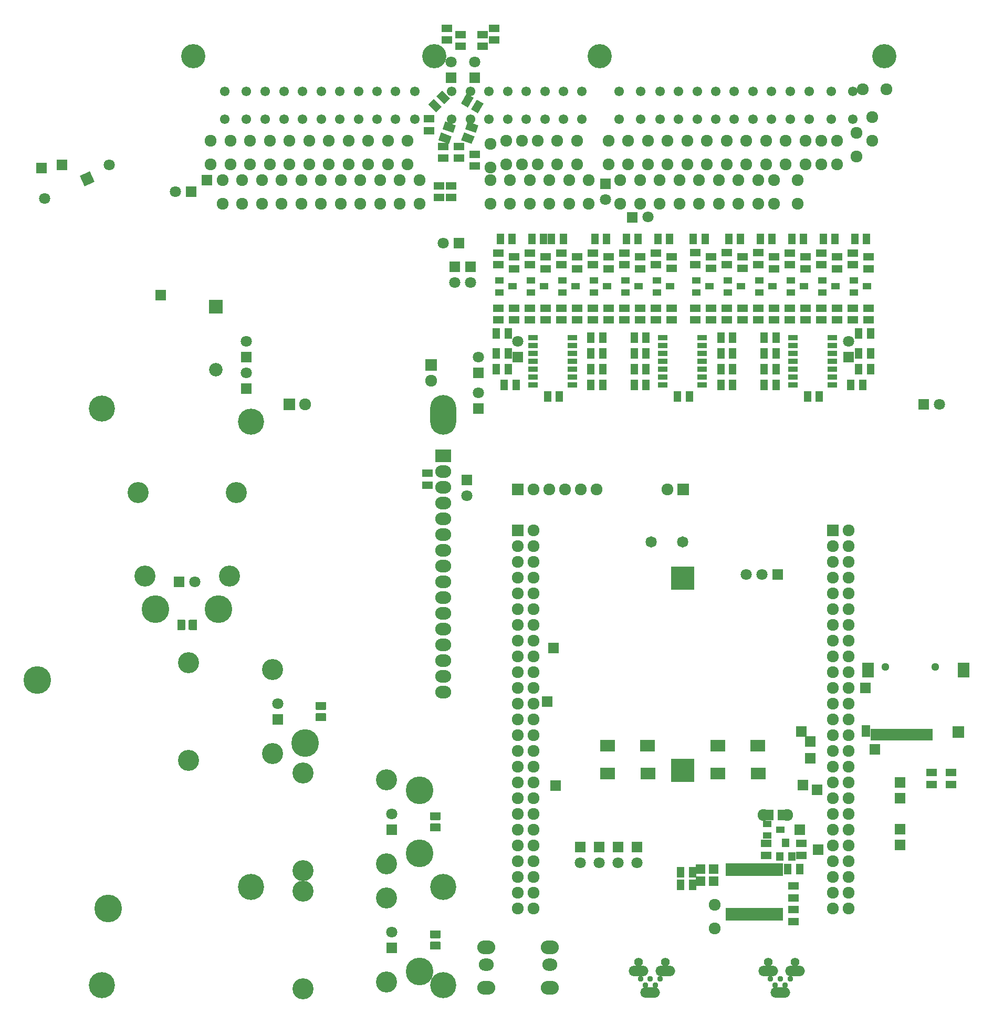
<source format=gbs>
G04 (created by PCBNEW (2013-07-07 BZR 4022)-stable) date 10/09/2014 21:54:22*
%MOIN*%
G04 Gerber Fmt 3.4, Leading zero omitted, Abs format*
%FSLAX34Y34*%
G01*
G70*
G90*
G04 APERTURE LIST*
%ADD10C,0.00393701*%
%ADD11C,0.165748*%
%ADD12O,0.100748X0.080748*%
%ADD13R,0.100748X0.080748*%
%ADD14O,0.165748X0.251968*%
%ADD15C,0.075748*%
%ADD16C,0.061048*%
%ADD17C,0.153548*%
%ADD18R,0.070748X0.050748*%
%ADD19R,0.070748X0.070748*%
%ADD20C,0.070748*%
%ADD21R,0.145276X0.145276*%
%ADD22R,0.075748X0.075748*%
%ADD23C,0.071748*%
%ADD24R,0.0944882X0.0748031*%
%ADD25C,0.085748*%
%ADD26R,0.085748X0.085748*%
%ADD27R,0.055148X0.039348*%
%ADD28R,0.050748X0.070748*%
%ADD29R,0.060748X0.035748*%
%ADD30R,0.031748X0.080748*%
%ADD31R,0.045748X0.075748*%
%ADD32R,0.055748X0.075748*%
%ADD33R,0.075748X0.095748*%
%ADD34C,0.050748*%
%ADD35C,0.037748*%
%ADD36O,0.125748X0.065748*%
%ADD37C,0.055748*%
%ADD38O,0.094448X0.078748*%
%ADD39O,0.114148X0.086648*%
%ADD40C,0.133848*%
%ADD41R,0.060748X0.040748*%
%ADD42C,0.175748*%
%ADD43R,0.040748X0.060748*%
%ADD44R,0.047248X0.055148*%
%ADD45R,0.062948X0.062948*%
%ADD46R,0.075748X0.023748*%
G04 APERTURE END LIST*
G54D10*
G54D11*
X57295Y-42584D03*
X57295Y-72112D03*
X69500Y-72112D03*
G54D12*
X69500Y-58750D03*
X69500Y-59750D03*
G54D13*
X69500Y-44750D03*
G54D12*
X69500Y-45750D03*
X69500Y-46750D03*
X69500Y-47750D03*
X69500Y-48750D03*
X69500Y-49750D03*
X69500Y-50750D03*
X69500Y-51750D03*
X69500Y-52750D03*
X69500Y-53750D03*
X69500Y-54750D03*
X69500Y-55750D03*
X69500Y-56750D03*
X69500Y-57750D03*
G54D14*
X69500Y-42167D03*
G54D11*
X69500Y-78364D03*
X47845Y-41750D03*
X47846Y-78364D03*
G54D15*
X78000Y-24750D03*
X78000Y-26250D03*
X61000Y-24750D03*
X61000Y-26250D03*
X59750Y-24750D03*
X59750Y-26250D03*
X58500Y-24750D03*
X58500Y-26250D03*
X57250Y-24750D03*
X57250Y-26250D03*
X54750Y-24750D03*
X54750Y-26250D03*
X56000Y-24750D03*
X56000Y-26250D03*
X87000Y-27250D03*
X87000Y-28750D03*
G54D16*
X55621Y-21628D03*
X55621Y-23400D03*
X56998Y-23400D03*
X56998Y-21628D03*
X61762Y-21628D03*
X61762Y-23400D03*
X60581Y-23400D03*
X60581Y-21628D03*
X58219Y-21628D03*
X58219Y-23400D03*
X59400Y-23400D03*
X59400Y-21628D03*
X64124Y-21628D03*
X64124Y-23400D03*
X62943Y-23400D03*
X62943Y-21628D03*
X65305Y-21628D03*
X65305Y-23400D03*
X66486Y-23400D03*
X66486Y-21628D03*
X73592Y-21628D03*
X73592Y-23400D03*
X72411Y-23400D03*
X72411Y-21628D03*
X70049Y-21628D03*
X70049Y-23400D03*
X71230Y-23400D03*
X71230Y-21628D03*
X75955Y-21628D03*
X75955Y-23400D03*
X74774Y-23400D03*
X74774Y-21628D03*
X77136Y-21628D03*
X77136Y-23400D03*
X67707Y-21628D03*
X67707Y-23400D03*
X78317Y-23400D03*
X78317Y-21628D03*
X82036Y-23400D03*
X82036Y-21628D03*
X80658Y-23400D03*
X80658Y-21628D03*
X86801Y-23400D03*
X86801Y-21628D03*
X85620Y-23400D03*
X85620Y-21628D03*
X83258Y-23400D03*
X83258Y-21628D03*
X84439Y-23400D03*
X84439Y-21628D03*
X89163Y-23400D03*
X89163Y-21628D03*
X87982Y-23400D03*
X87982Y-21628D03*
X90344Y-23400D03*
X90344Y-21628D03*
X91525Y-23400D03*
X91525Y-21628D03*
X92746Y-23400D03*
X92746Y-21628D03*
X94124Y-23400D03*
X94124Y-21628D03*
G54D17*
X53632Y-19384D03*
X68927Y-19384D03*
X79439Y-19384D03*
G54D16*
X95502Y-23400D03*
X95502Y-21628D03*
G54D17*
X97490Y-19384D03*
G54D15*
X75500Y-24750D03*
X75500Y-26250D03*
X77500Y-27250D03*
X77500Y-28750D03*
X76750Y-24750D03*
X76750Y-26250D03*
X78750Y-27250D03*
X78750Y-28750D03*
X80750Y-27250D03*
X80750Y-28750D03*
X80000Y-24750D03*
X80000Y-26250D03*
X82000Y-27250D03*
X82000Y-28750D03*
X81250Y-24750D03*
X81250Y-26250D03*
X83250Y-27250D03*
X83250Y-28750D03*
X82500Y-24750D03*
X82500Y-26250D03*
X84500Y-27250D03*
X84500Y-28750D03*
X83750Y-24750D03*
X83750Y-26250D03*
X85750Y-27250D03*
X85750Y-28750D03*
X85000Y-24750D03*
X85000Y-26250D03*
X76250Y-27250D03*
X76250Y-28750D03*
X86250Y-24750D03*
X86250Y-26250D03*
X88250Y-27250D03*
X88250Y-28750D03*
X87500Y-24750D03*
X87500Y-26250D03*
X89500Y-27250D03*
X89500Y-28750D03*
X88750Y-24750D03*
X88750Y-26250D03*
X90500Y-27250D03*
X90500Y-28750D03*
X90000Y-24750D03*
X90000Y-26250D03*
X92000Y-27250D03*
X92000Y-28750D03*
X91250Y-24750D03*
X91250Y-26250D03*
X93500Y-24750D03*
X93500Y-26250D03*
X92500Y-24750D03*
X92500Y-26250D03*
X95750Y-24250D03*
X95750Y-25750D03*
X94500Y-24750D03*
X94500Y-26250D03*
X96750Y-23250D03*
X96750Y-24750D03*
X96150Y-21500D03*
X97650Y-21500D03*
X65500Y-27250D03*
X65500Y-28750D03*
X56750Y-27250D03*
X56750Y-28750D03*
X58000Y-27250D03*
X58000Y-28750D03*
X59250Y-27250D03*
X59250Y-28750D03*
X60500Y-27250D03*
X60500Y-28750D03*
X61750Y-27250D03*
X61750Y-28750D03*
X63000Y-27250D03*
X63000Y-28750D03*
X62250Y-24750D03*
X62250Y-26250D03*
X64250Y-27250D03*
X64250Y-28750D03*
X63500Y-24750D03*
X63500Y-26250D03*
X55500Y-27250D03*
X55500Y-28750D03*
X64750Y-24750D03*
X64750Y-26250D03*
X66750Y-27250D03*
X66750Y-28750D03*
X66000Y-24750D03*
X66000Y-26250D03*
X68000Y-27250D03*
X68000Y-28750D03*
X67250Y-24750D03*
X67250Y-26250D03*
X72500Y-27250D03*
X72500Y-28750D03*
X72500Y-24950D03*
X72500Y-26450D03*
G54D18*
X68500Y-45875D03*
X68500Y-46625D03*
G54D19*
X74250Y-38500D03*
G54D20*
X74250Y-37500D03*
G54D19*
X95250Y-38500D03*
G54D20*
X95250Y-37500D03*
G54D19*
X70500Y-31250D03*
G54D20*
X69500Y-31250D03*
G54D21*
X84700Y-52537D03*
X84700Y-64730D03*
G54D19*
X78200Y-69584D03*
G54D20*
X78200Y-70584D03*
G54D19*
X79400Y-69584D03*
G54D20*
X79400Y-70584D03*
G54D19*
X80600Y-69584D03*
G54D20*
X80600Y-70584D03*
G54D19*
X81800Y-69584D03*
G54D20*
X81800Y-70584D03*
G54D19*
X90750Y-52284D03*
G54D20*
X89750Y-52284D03*
X88750Y-52284D03*
G54D22*
X74250Y-49484D03*
G54D15*
X75250Y-49484D03*
X74250Y-50484D03*
X75250Y-50484D03*
X74250Y-51484D03*
X75250Y-51484D03*
X74250Y-52484D03*
X75250Y-52484D03*
X74250Y-53484D03*
X75250Y-53484D03*
X74250Y-54484D03*
X75250Y-54484D03*
X74250Y-55484D03*
X75250Y-55484D03*
X74250Y-56484D03*
X75250Y-56484D03*
X74250Y-57484D03*
X75250Y-57484D03*
X74250Y-58484D03*
X75250Y-58484D03*
X74250Y-59484D03*
X75250Y-59484D03*
X74250Y-60484D03*
X75250Y-60484D03*
X74250Y-61484D03*
X75250Y-61484D03*
X74250Y-62484D03*
X75250Y-62484D03*
X74250Y-63484D03*
X75250Y-63484D03*
X74250Y-64484D03*
X75250Y-64484D03*
X74250Y-65484D03*
X75250Y-65484D03*
X74250Y-66484D03*
X75250Y-66484D03*
X74250Y-67484D03*
X75250Y-67484D03*
X74250Y-68484D03*
X75250Y-68484D03*
X74250Y-69484D03*
X75250Y-69484D03*
X74250Y-70484D03*
X75250Y-70484D03*
X74250Y-71484D03*
X75250Y-71484D03*
X74250Y-72484D03*
X75250Y-72484D03*
X74250Y-73484D03*
X75250Y-73484D03*
G54D22*
X94250Y-49484D03*
G54D15*
X95250Y-49484D03*
X94250Y-50484D03*
X95250Y-50484D03*
X94250Y-51484D03*
X95250Y-51484D03*
X94250Y-52484D03*
X95250Y-52484D03*
X94250Y-53484D03*
X95250Y-53484D03*
X94250Y-54484D03*
X95250Y-54484D03*
X94250Y-55484D03*
X95250Y-55484D03*
X94250Y-56484D03*
X95250Y-56484D03*
X94250Y-57484D03*
X95250Y-57484D03*
X94250Y-58484D03*
X95250Y-58484D03*
X94250Y-59484D03*
X95250Y-59484D03*
X94250Y-60484D03*
X95250Y-60484D03*
X94250Y-61484D03*
X95250Y-61484D03*
X94250Y-62484D03*
X95250Y-62484D03*
X94250Y-63484D03*
X95250Y-63484D03*
X94250Y-64484D03*
X95250Y-64484D03*
X94250Y-65484D03*
X95250Y-65484D03*
X94250Y-66484D03*
X95250Y-66484D03*
X94250Y-67484D03*
X95250Y-67484D03*
X94250Y-68484D03*
X95250Y-68484D03*
X94250Y-69484D03*
X95250Y-69484D03*
X94250Y-70484D03*
X95250Y-70484D03*
X94250Y-71484D03*
X95250Y-71484D03*
X94250Y-72484D03*
X95250Y-72484D03*
X94250Y-73484D03*
X95250Y-73484D03*
G54D22*
X84750Y-46884D03*
G54D15*
X83750Y-46884D03*
G54D22*
X74250Y-46884D03*
G54D15*
X75250Y-46884D03*
X76250Y-46884D03*
X77250Y-46884D03*
X78250Y-46884D03*
X79250Y-46884D03*
G54D23*
X82700Y-50234D03*
X84700Y-50234D03*
G54D24*
X86920Y-63148D03*
X89479Y-63148D03*
X89518Y-64919D03*
X86920Y-64919D03*
X79920Y-63148D03*
X82479Y-63148D03*
X82518Y-64919D03*
X79920Y-64919D03*
G54D18*
X69250Y-27625D03*
X69250Y-28375D03*
G54D10*
G36*
X69632Y-23538D02*
X70297Y-23780D01*
X70123Y-24257D01*
X69459Y-24015D01*
X69632Y-23538D01*
X69632Y-23538D01*
G37*
G36*
X69376Y-24242D02*
X70040Y-24484D01*
X69867Y-24961D01*
X69202Y-24719D01*
X69376Y-24242D01*
X69376Y-24242D01*
G37*
G36*
X69444Y-21555D02*
X69944Y-22055D01*
X69585Y-22414D01*
X69085Y-21914D01*
X69444Y-21555D01*
X69444Y-21555D01*
G37*
G36*
X68914Y-22085D02*
X69414Y-22585D01*
X69055Y-22944D01*
X68555Y-22444D01*
X68914Y-22085D01*
X68914Y-22085D01*
G37*
G36*
X70628Y-22391D02*
X70982Y-21779D01*
X71421Y-22033D01*
X71068Y-22645D01*
X70628Y-22391D01*
X70628Y-22391D01*
G37*
G36*
X71278Y-22766D02*
X71631Y-22154D01*
X72071Y-22408D01*
X71717Y-23020D01*
X71278Y-22766D01*
X71278Y-22766D01*
G37*
G36*
X71082Y-23538D02*
X71747Y-23780D01*
X71573Y-24257D01*
X70909Y-24015D01*
X71082Y-23538D01*
X71082Y-23538D01*
G37*
G36*
X70826Y-24242D02*
X71490Y-24484D01*
X71317Y-24961D01*
X70652Y-24719D01*
X70826Y-24242D01*
X70826Y-24242D01*
G37*
G54D18*
X69500Y-25125D03*
X69500Y-25875D03*
X68600Y-23375D03*
X68600Y-24125D03*
X71500Y-25625D03*
X71500Y-26375D03*
X70500Y-25125D03*
X70500Y-25875D03*
X70000Y-28375D03*
X70000Y-27625D03*
G54D19*
X51556Y-34560D03*
G54D25*
X55056Y-39310D03*
G54D26*
X55056Y-35310D03*
G54D10*
G36*
X46744Y-27646D02*
X46445Y-27005D01*
X47086Y-26706D01*
X47385Y-27347D01*
X46744Y-27646D01*
X46744Y-27646D01*
G37*
G54D20*
X44196Y-28443D03*
G54D19*
X45306Y-26310D03*
G54D20*
X48306Y-26310D03*
G54D19*
X53500Y-28000D03*
G54D20*
X52500Y-28000D03*
G54D22*
X59750Y-41500D03*
G54D15*
X60750Y-41500D03*
G54D27*
X91584Y-34382D03*
X92416Y-34007D03*
X91584Y-33632D03*
X77084Y-34382D03*
X77916Y-34007D03*
X77084Y-33632D03*
X79084Y-34382D03*
X79916Y-34007D03*
X79084Y-33632D03*
X93584Y-34382D03*
X94416Y-34007D03*
X93584Y-33632D03*
X89584Y-34382D03*
X90416Y-34007D03*
X89584Y-33632D03*
X95584Y-34382D03*
X96416Y-34007D03*
X95584Y-33632D03*
X85584Y-34382D03*
X86416Y-34007D03*
X85584Y-33632D03*
X87584Y-34382D03*
X88416Y-34007D03*
X87584Y-33632D03*
X81084Y-34382D03*
X81916Y-34007D03*
X81084Y-33632D03*
X83084Y-34382D03*
X83916Y-34007D03*
X83084Y-33632D03*
X75084Y-34382D03*
X75916Y-34007D03*
X75084Y-33632D03*
X73084Y-34382D03*
X73916Y-34007D03*
X73084Y-33632D03*
G54D19*
X71750Y-41750D03*
G54D20*
X71750Y-40750D03*
G54D19*
X71750Y-39500D03*
G54D20*
X71750Y-38500D03*
G54D28*
X92625Y-41007D03*
X93375Y-41007D03*
X76875Y-41007D03*
X76125Y-41007D03*
X84375Y-41007D03*
X85125Y-41007D03*
X96625Y-39250D03*
X95875Y-39250D03*
X95375Y-40257D03*
X96125Y-40257D03*
X95625Y-31007D03*
X96375Y-31007D03*
X96625Y-38250D03*
X95875Y-38250D03*
X95875Y-37000D03*
X96625Y-37000D03*
X93625Y-31007D03*
X94375Y-31007D03*
X89875Y-38257D03*
X90625Y-38257D03*
X90625Y-37257D03*
X89875Y-37257D03*
X91625Y-31007D03*
X92375Y-31007D03*
X89625Y-31007D03*
X90375Y-31007D03*
X90625Y-40257D03*
X89875Y-40257D03*
X89875Y-39257D03*
X90625Y-39257D03*
G54D18*
X96500Y-35382D03*
X96500Y-36132D03*
X95500Y-31882D03*
X95500Y-32632D03*
X93500Y-35382D03*
X93500Y-36132D03*
X95500Y-35382D03*
X95500Y-36132D03*
X94500Y-35382D03*
X94500Y-36132D03*
X93500Y-31882D03*
X93500Y-32632D03*
X92500Y-35382D03*
X92500Y-36132D03*
X91500Y-31882D03*
X91500Y-32632D03*
X90500Y-35382D03*
X90500Y-36132D03*
G54D28*
X87875Y-39257D03*
X87125Y-39257D03*
G54D18*
X86500Y-35382D03*
X86500Y-36132D03*
X88500Y-35382D03*
X88500Y-36132D03*
X94500Y-32132D03*
X94500Y-32882D03*
X96500Y-32132D03*
X96500Y-32882D03*
G54D28*
X87625Y-31007D03*
X88375Y-31007D03*
X87125Y-40257D03*
X87875Y-40257D03*
X79625Y-39257D03*
X78875Y-39257D03*
X78875Y-40257D03*
X79625Y-40257D03*
X79125Y-31007D03*
X79875Y-31007D03*
X77125Y-31000D03*
X76375Y-31000D03*
X78875Y-37257D03*
X79625Y-37257D03*
X79625Y-38257D03*
X78875Y-38257D03*
G54D18*
X80000Y-35382D03*
X80000Y-36132D03*
X79000Y-35382D03*
X79000Y-36132D03*
X79000Y-31882D03*
X79000Y-32632D03*
X78000Y-35382D03*
X78000Y-36132D03*
X77000Y-35382D03*
X77000Y-36132D03*
X77000Y-31882D03*
X77000Y-32632D03*
X91500Y-35382D03*
X91500Y-36132D03*
X89500Y-35382D03*
X89500Y-36132D03*
X87500Y-35382D03*
X87500Y-36132D03*
X85500Y-35382D03*
X85500Y-36132D03*
G54D28*
X85375Y-31007D03*
X86125Y-31007D03*
G54D18*
X81000Y-35382D03*
X81000Y-36132D03*
X83000Y-35382D03*
X83000Y-36132D03*
G54D28*
X82375Y-37257D03*
X81625Y-37257D03*
X81625Y-38257D03*
X82375Y-38257D03*
G54D18*
X81000Y-31882D03*
X81000Y-32632D03*
X82000Y-35382D03*
X82000Y-36132D03*
X83000Y-31882D03*
X83000Y-32632D03*
X84000Y-35382D03*
X84000Y-36132D03*
G54D28*
X81625Y-39257D03*
X82375Y-39257D03*
X82375Y-40257D03*
X81625Y-40257D03*
X81125Y-31007D03*
X81875Y-31007D03*
X83125Y-31007D03*
X83875Y-31007D03*
G54D18*
X92500Y-32132D03*
X92500Y-32882D03*
X90500Y-32132D03*
X90500Y-32882D03*
X78000Y-32132D03*
X78000Y-32882D03*
X80000Y-32132D03*
X80000Y-32882D03*
X82000Y-32132D03*
X82000Y-32882D03*
G54D28*
X87125Y-37257D03*
X87875Y-37257D03*
X87875Y-38257D03*
X87125Y-38257D03*
X72875Y-38250D03*
X73625Y-38250D03*
X73625Y-37000D03*
X72875Y-37000D03*
X75125Y-31007D03*
X75875Y-31007D03*
X73125Y-31007D03*
X73875Y-31007D03*
X74125Y-40257D03*
X73375Y-40257D03*
X72875Y-39250D03*
X73625Y-39250D03*
G54D18*
X76000Y-35382D03*
X76000Y-36132D03*
X75000Y-35382D03*
X75000Y-36132D03*
X75000Y-31882D03*
X75000Y-32632D03*
X74000Y-35382D03*
X74000Y-36132D03*
X73000Y-35382D03*
X73000Y-36132D03*
X73000Y-31882D03*
X73000Y-32632D03*
X74000Y-32132D03*
X74000Y-32882D03*
X76000Y-32132D03*
X76000Y-32882D03*
G54D29*
X91700Y-40257D03*
X91700Y-39757D03*
X91700Y-39257D03*
X91700Y-38757D03*
X91700Y-38257D03*
X91700Y-37757D03*
X91700Y-37257D03*
X94200Y-37257D03*
X94200Y-37757D03*
X94200Y-38757D03*
X94200Y-39257D03*
X94200Y-39757D03*
X94200Y-40257D03*
X94200Y-38257D03*
X83450Y-40257D03*
X83450Y-39757D03*
X83450Y-39257D03*
X83450Y-38757D03*
X83450Y-38257D03*
X83450Y-37757D03*
X83450Y-37257D03*
X85950Y-37257D03*
X85950Y-37757D03*
X85950Y-38757D03*
X85950Y-39257D03*
X85950Y-39757D03*
X85950Y-40257D03*
X85950Y-38257D03*
X75200Y-40257D03*
X75200Y-39757D03*
X75200Y-39257D03*
X75200Y-38757D03*
X75200Y-38257D03*
X75200Y-37757D03*
X75200Y-37257D03*
X77700Y-37257D03*
X77700Y-37757D03*
X77700Y-38757D03*
X77700Y-39257D03*
X77700Y-39757D03*
X77700Y-40257D03*
X77700Y-38257D03*
G54D18*
X91750Y-72075D03*
X91750Y-72825D03*
X91750Y-74325D03*
X91750Y-73575D03*
G54D30*
X89122Y-71033D03*
X89378Y-71033D03*
X89634Y-71033D03*
X89890Y-71033D03*
X88354Y-73867D03*
X88354Y-71033D03*
X88610Y-71033D03*
X88866Y-71033D03*
X90146Y-73867D03*
X89890Y-73867D03*
X89634Y-73867D03*
X89378Y-73867D03*
X89122Y-73867D03*
X88866Y-73867D03*
X90146Y-71033D03*
X88610Y-73867D03*
X88098Y-73867D03*
X87843Y-73867D03*
X87587Y-73867D03*
X87587Y-71033D03*
X87843Y-71033D03*
X88098Y-71033D03*
X90402Y-71033D03*
X90657Y-71033D03*
X90913Y-71033D03*
X90913Y-73867D03*
X90657Y-73867D03*
X90402Y-73867D03*
G54D31*
X100332Y-62450D03*
X99899Y-62450D03*
X99466Y-62450D03*
X99033Y-62450D03*
X98600Y-62450D03*
X98166Y-62450D03*
X97733Y-62450D03*
X97300Y-62450D03*
X96867Y-62450D03*
G54D32*
X96337Y-62213D03*
G54D33*
X96474Y-58366D03*
X102537Y-58366D03*
G54D22*
X102214Y-62295D03*
G54D34*
X97576Y-58158D03*
X100725Y-58158D03*
G54D19*
X81500Y-29625D03*
G54D20*
X82500Y-29600D03*
G54D19*
X79800Y-27500D03*
G54D20*
X79800Y-28500D03*
G54D19*
X100000Y-41500D03*
G54D20*
X101000Y-41500D03*
G54D19*
X57000Y-38500D03*
G54D20*
X57000Y-37500D03*
G54D19*
X57000Y-40500D03*
G54D20*
X57000Y-39500D03*
G54D22*
X68750Y-39000D03*
G54D15*
X68750Y-40000D03*
X74500Y-24750D03*
X74500Y-26250D03*
X75000Y-27250D03*
X75000Y-28750D03*
X73500Y-24750D03*
X73500Y-26250D03*
X73750Y-27250D03*
X73750Y-28750D03*
G54D18*
X89500Y-31875D03*
X89500Y-32625D03*
X87500Y-31875D03*
X87500Y-32625D03*
X85500Y-31875D03*
X85500Y-32625D03*
X88500Y-32125D03*
X88500Y-32875D03*
X86500Y-32125D03*
X86500Y-32875D03*
X84000Y-32125D03*
X84000Y-32875D03*
G54D35*
X82020Y-77953D03*
X82335Y-78346D03*
X82650Y-77953D03*
X82964Y-78346D03*
X83279Y-77953D03*
G54D36*
X82650Y-78838D03*
X81901Y-77461D03*
X83594Y-77461D03*
G54D37*
X81900Y-76900D03*
X83600Y-76900D03*
X90150Y-76900D03*
X91850Y-76900D03*
G54D35*
X90270Y-77953D03*
X90585Y-78346D03*
X90900Y-77953D03*
X91214Y-78346D03*
X91529Y-77953D03*
G54D36*
X90900Y-78838D03*
X90151Y-77461D03*
X91844Y-77461D03*
G54D18*
X70600Y-18025D03*
X70600Y-18775D03*
X72000Y-18025D03*
X72000Y-18775D03*
G54D19*
X71500Y-20750D03*
G54D20*
X71500Y-19750D03*
G54D19*
X70000Y-20750D03*
G54D20*
X70000Y-19750D03*
G54D38*
X72222Y-77072D03*
X76278Y-77072D03*
G54D39*
X76278Y-75970D03*
X72222Y-75970D03*
X76278Y-78530D03*
X72222Y-78530D03*
G54D18*
X101750Y-65625D03*
X101750Y-64875D03*
X100500Y-65625D03*
X100500Y-64875D03*
G54D19*
X70250Y-32750D03*
G54D20*
X70250Y-33750D03*
G54D19*
X71250Y-32750D03*
G54D20*
X71250Y-33750D03*
G54D19*
X71000Y-46300D03*
G54D20*
X71000Y-47300D03*
G54D19*
X92800Y-62900D03*
X93300Y-69750D03*
X96300Y-59500D03*
X92250Y-62250D03*
X96900Y-63400D03*
X92800Y-63950D03*
X98500Y-65500D03*
X92350Y-65650D03*
X98500Y-66500D03*
X93250Y-65950D03*
X76650Y-65700D03*
X76100Y-60350D03*
X76500Y-56950D03*
X98500Y-68450D03*
X92150Y-68500D03*
X98500Y-69450D03*
G54D40*
X60593Y-78610D03*
X60593Y-72390D03*
X65907Y-78177D03*
X65907Y-72823D03*
G54D18*
X69000Y-75875D03*
X69000Y-75125D03*
G54D41*
X69000Y-75800D03*
X69000Y-75200D03*
G54D19*
X66250Y-76000D03*
G54D20*
X66250Y-75000D03*
G54D42*
X68000Y-77500D03*
X48250Y-73500D03*
G54D40*
X60593Y-71110D03*
X60593Y-64890D03*
X65907Y-70677D03*
X65907Y-65323D03*
G54D18*
X69000Y-68375D03*
X69000Y-67625D03*
G54D41*
X69000Y-68300D03*
X69000Y-67700D03*
G54D19*
X66250Y-68500D03*
G54D20*
X66250Y-67500D03*
G54D42*
X68000Y-70000D03*
X68000Y-66000D03*
G54D40*
X53343Y-64110D03*
X53343Y-57890D03*
X58657Y-63677D03*
X58657Y-58323D03*
G54D18*
X61750Y-61375D03*
X61750Y-60625D03*
G54D41*
X61750Y-61300D03*
X61750Y-60700D03*
G54D19*
X59000Y-61500D03*
G54D20*
X59000Y-60500D03*
G54D42*
X43750Y-59000D03*
X60750Y-63000D03*
G54D40*
X50140Y-47093D03*
X56360Y-47093D03*
X50573Y-52407D03*
X55927Y-52407D03*
G54D28*
X52875Y-55500D03*
X53625Y-55500D03*
G54D43*
X52950Y-55500D03*
X53550Y-55500D03*
G54D19*
X52750Y-52750D03*
G54D20*
X53750Y-52750D03*
G54D42*
X55250Y-54500D03*
X51250Y-54500D03*
G54D19*
X54500Y-27250D03*
X44000Y-26500D03*
G54D44*
X91250Y-69317D03*
X90875Y-70183D03*
X91625Y-70183D03*
G54D27*
X90084Y-68875D03*
X90916Y-68500D03*
X90084Y-68125D03*
G54D15*
X86750Y-73250D03*
X86750Y-74750D03*
G54D28*
X84575Y-71200D03*
X85325Y-71200D03*
X84575Y-72000D03*
X85325Y-72000D03*
G54D18*
X90000Y-69375D03*
X90000Y-70125D03*
G54D28*
X92125Y-71000D03*
X91375Y-71000D03*
G54D18*
X92250Y-70125D03*
X92250Y-69375D03*
G54D45*
X85837Y-71000D03*
X86663Y-71000D03*
X85837Y-71750D03*
X86663Y-71750D03*
G54D46*
X90100Y-67550D03*
G54D28*
X90975Y-67550D03*
X90225Y-67550D03*
G54D15*
X89850Y-67550D03*
X91350Y-67550D03*
G54D46*
X91100Y-67550D03*
G54D18*
X69750Y-17625D03*
X69750Y-18375D03*
X72750Y-17625D03*
X72750Y-18375D03*
M02*

</source>
